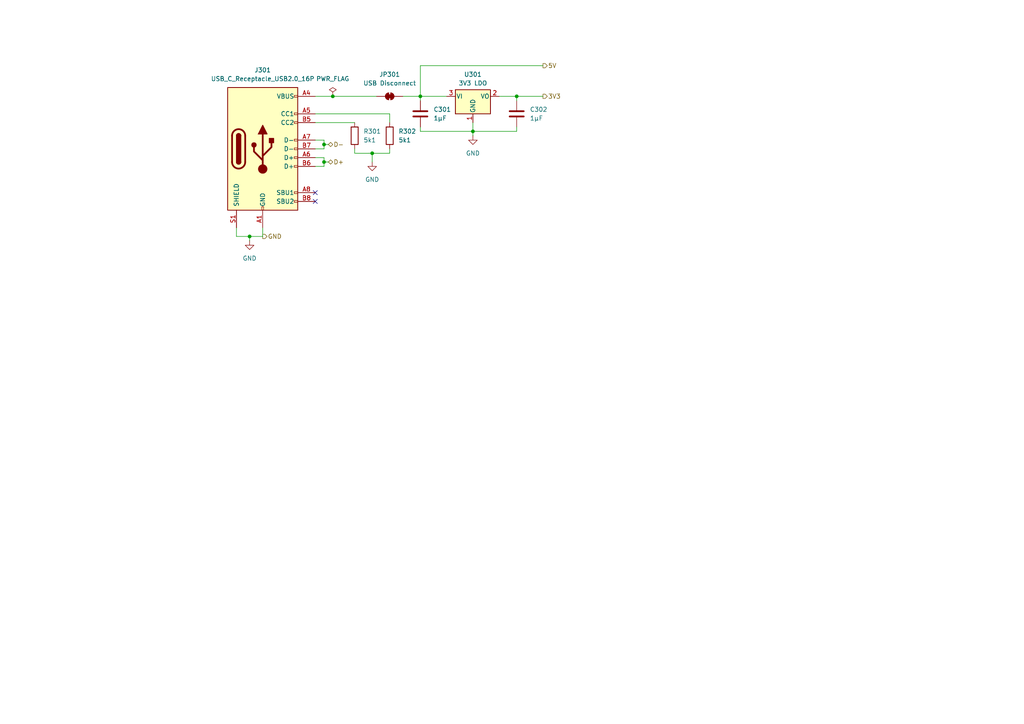
<source format=kicad_sch>
(kicad_sch
	(version 20250114)
	(generator "eeschema")
	(generator_version "9.0")
	(uuid "61653c16-07f3-4b65-affc-cb5a504c4c68")
	(paper "A4")
	(title_block
		(title "CHeepCore")
		(date "2025-08-06")
		(rev "0.0.1c")
		(company "VollständigerName")
		(comment 1 "github.com/VollstaendigerName")
		(comment 2 "LICENSE: CC BY-NC 4.0. https://creativecommons.org/licenses/by-nc/4.0")
		(comment 4 "CH32v003")
	)
	(lib_symbols
		(symbol "Connector:USB_C_Receptacle_USB2.0_16P"
			(pin_names
				(offset 1.016)
			)
			(exclude_from_sim no)
			(in_bom yes)
			(on_board yes)
			(property "Reference" "J"
				(at 0 22.225 0)
				(effects
					(font
						(size 1.27 1.27)
					)
				)
			)
			(property "Value" "USB_C_Receptacle_USB2.0_16P"
				(at 0 19.685 0)
				(effects
					(font
						(size 1.27 1.27)
					)
				)
			)
			(property "Footprint" ""
				(at 3.81 0 0)
				(effects
					(font
						(size 1.27 1.27)
					)
					(hide yes)
				)
			)
			(property "Datasheet" "https://www.usb.org/sites/default/files/documents/usb_type-c.zip"
				(at 3.81 0 0)
				(effects
					(font
						(size 1.27 1.27)
					)
					(hide yes)
				)
			)
			(property "Description" "USB 2.0-only 16P Type-C Receptacle connector"
				(at 0 0 0)
				(effects
					(font
						(size 1.27 1.27)
					)
					(hide yes)
				)
			)
			(property "ki_keywords" "usb universal serial bus type-C USB2.0"
				(at 0 0 0)
				(effects
					(font
						(size 1.27 1.27)
					)
					(hide yes)
				)
			)
			(property "ki_fp_filters" "USB*C*Receptacle*"
				(at 0 0 0)
				(effects
					(font
						(size 1.27 1.27)
					)
					(hide yes)
				)
			)
			(symbol "USB_C_Receptacle_USB2.0_16P_0_0"
				(rectangle
					(start -0.254 -17.78)
					(end 0.254 -16.764)
					(stroke
						(width 0)
						(type default)
					)
					(fill
						(type none)
					)
				)
				(rectangle
					(start 10.16 15.494)
					(end 9.144 14.986)
					(stroke
						(width 0)
						(type default)
					)
					(fill
						(type none)
					)
				)
				(rectangle
					(start 10.16 10.414)
					(end 9.144 9.906)
					(stroke
						(width 0)
						(type default)
					)
					(fill
						(type none)
					)
				)
				(rectangle
					(start 10.16 7.874)
					(end 9.144 7.366)
					(stroke
						(width 0)
						(type default)
					)
					(fill
						(type none)
					)
				)
				(rectangle
					(start 10.16 2.794)
					(end 9.144 2.286)
					(stroke
						(width 0)
						(type default)
					)
					(fill
						(type none)
					)
				)
				(rectangle
					(start 10.16 0.254)
					(end 9.144 -0.254)
					(stroke
						(width 0)
						(type default)
					)
					(fill
						(type none)
					)
				)
				(rectangle
					(start 10.16 -2.286)
					(end 9.144 -2.794)
					(stroke
						(width 0)
						(type default)
					)
					(fill
						(type none)
					)
				)
				(rectangle
					(start 10.16 -4.826)
					(end 9.144 -5.334)
					(stroke
						(width 0)
						(type default)
					)
					(fill
						(type none)
					)
				)
				(rectangle
					(start 10.16 -12.446)
					(end 9.144 -12.954)
					(stroke
						(width 0)
						(type default)
					)
					(fill
						(type none)
					)
				)
				(rectangle
					(start 10.16 -14.986)
					(end 9.144 -15.494)
					(stroke
						(width 0)
						(type default)
					)
					(fill
						(type none)
					)
				)
			)
			(symbol "USB_C_Receptacle_USB2.0_16P_0_1"
				(rectangle
					(start -10.16 17.78)
					(end 10.16 -17.78)
					(stroke
						(width 0.254)
						(type default)
					)
					(fill
						(type background)
					)
				)
				(polyline
					(pts
						(xy -8.89 -3.81) (xy -8.89 3.81)
					)
					(stroke
						(width 0.508)
						(type default)
					)
					(fill
						(type none)
					)
				)
				(rectangle
					(start -7.62 -3.81)
					(end -6.35 3.81)
					(stroke
						(width 0.254)
						(type default)
					)
					(fill
						(type outline)
					)
				)
				(arc
					(start -7.62 3.81)
					(mid -6.985 4.4423)
					(end -6.35 3.81)
					(stroke
						(width 0.254)
						(type default)
					)
					(fill
						(type none)
					)
				)
				(arc
					(start -7.62 3.81)
					(mid -6.985 4.4423)
					(end -6.35 3.81)
					(stroke
						(width 0.254)
						(type default)
					)
					(fill
						(type outline)
					)
				)
				(arc
					(start -8.89 3.81)
					(mid -6.985 5.7067)
					(end -5.08 3.81)
					(stroke
						(width 0.508)
						(type default)
					)
					(fill
						(type none)
					)
				)
				(arc
					(start -5.08 -3.81)
					(mid -6.985 -5.7067)
					(end -8.89 -3.81)
					(stroke
						(width 0.508)
						(type default)
					)
					(fill
						(type none)
					)
				)
				(arc
					(start -6.35 -3.81)
					(mid -6.985 -4.4423)
					(end -7.62 -3.81)
					(stroke
						(width 0.254)
						(type default)
					)
					(fill
						(type none)
					)
				)
				(arc
					(start -6.35 -3.81)
					(mid -6.985 -4.4423)
					(end -7.62 -3.81)
					(stroke
						(width 0.254)
						(type default)
					)
					(fill
						(type outline)
					)
				)
				(polyline
					(pts
						(xy -5.08 3.81) (xy -5.08 -3.81)
					)
					(stroke
						(width 0.508)
						(type default)
					)
					(fill
						(type none)
					)
				)
				(circle
					(center -2.54 1.143)
					(radius 0.635)
					(stroke
						(width 0.254)
						(type default)
					)
					(fill
						(type outline)
					)
				)
				(polyline
					(pts
						(xy -1.27 4.318) (xy 0 6.858) (xy 1.27 4.318) (xy -1.27 4.318)
					)
					(stroke
						(width 0.254)
						(type default)
					)
					(fill
						(type outline)
					)
				)
				(polyline
					(pts
						(xy 0 -2.032) (xy 2.54 0.508) (xy 2.54 1.778)
					)
					(stroke
						(width 0.508)
						(type default)
					)
					(fill
						(type none)
					)
				)
				(polyline
					(pts
						(xy 0 -3.302) (xy -2.54 -0.762) (xy -2.54 0.508)
					)
					(stroke
						(width 0.508)
						(type default)
					)
					(fill
						(type none)
					)
				)
				(polyline
					(pts
						(xy 0 -5.842) (xy 0 4.318)
					)
					(stroke
						(width 0.508)
						(type default)
					)
					(fill
						(type none)
					)
				)
				(circle
					(center 0 -5.842)
					(radius 1.27)
					(stroke
						(width 0)
						(type default)
					)
					(fill
						(type outline)
					)
				)
				(rectangle
					(start 1.905 1.778)
					(end 3.175 3.048)
					(stroke
						(width 0.254)
						(type default)
					)
					(fill
						(type outline)
					)
				)
			)
			(symbol "USB_C_Receptacle_USB2.0_16P_1_1"
				(pin passive line
					(at -7.62 -22.86 90)
					(length 5.08)
					(name "SHIELD"
						(effects
							(font
								(size 1.27 1.27)
							)
						)
					)
					(number "S1"
						(effects
							(font
								(size 1.27 1.27)
							)
						)
					)
				)
				(pin passive line
					(at 0 -22.86 90)
					(length 5.08)
					(name "GND"
						(effects
							(font
								(size 1.27 1.27)
							)
						)
					)
					(number "A1"
						(effects
							(font
								(size 1.27 1.27)
							)
						)
					)
				)
				(pin passive line
					(at 0 -22.86 90)
					(length 5.08)
					(hide yes)
					(name "GND"
						(effects
							(font
								(size 1.27 1.27)
							)
						)
					)
					(number "A12"
						(effects
							(font
								(size 1.27 1.27)
							)
						)
					)
				)
				(pin passive line
					(at 0 -22.86 90)
					(length 5.08)
					(hide yes)
					(name "GND"
						(effects
							(font
								(size 1.27 1.27)
							)
						)
					)
					(number "B1"
						(effects
							(font
								(size 1.27 1.27)
							)
						)
					)
				)
				(pin passive line
					(at 0 -22.86 90)
					(length 5.08)
					(hide yes)
					(name "GND"
						(effects
							(font
								(size 1.27 1.27)
							)
						)
					)
					(number "B12"
						(effects
							(font
								(size 1.27 1.27)
							)
						)
					)
				)
				(pin passive line
					(at 15.24 15.24 180)
					(length 5.08)
					(name "VBUS"
						(effects
							(font
								(size 1.27 1.27)
							)
						)
					)
					(number "A4"
						(effects
							(font
								(size 1.27 1.27)
							)
						)
					)
				)
				(pin passive line
					(at 15.24 15.24 180)
					(length 5.08)
					(hide yes)
					(name "VBUS"
						(effects
							(font
								(size 1.27 1.27)
							)
						)
					)
					(number "A9"
						(effects
							(font
								(size 1.27 1.27)
							)
						)
					)
				)
				(pin passive line
					(at 15.24 15.24 180)
					(length 5.08)
					(hide yes)
					(name "VBUS"
						(effects
							(font
								(size 1.27 1.27)
							)
						)
					)
					(number "B4"
						(effects
							(font
								(size 1.27 1.27)
							)
						)
					)
				)
				(pin passive line
					(at 15.24 15.24 180)
					(length 5.08)
					(hide yes)
					(name "VBUS"
						(effects
							(font
								(size 1.27 1.27)
							)
						)
					)
					(number "B9"
						(effects
							(font
								(size 1.27 1.27)
							)
						)
					)
				)
				(pin bidirectional line
					(at 15.24 10.16 180)
					(length 5.08)
					(name "CC1"
						(effects
							(font
								(size 1.27 1.27)
							)
						)
					)
					(number "A5"
						(effects
							(font
								(size 1.27 1.27)
							)
						)
					)
				)
				(pin bidirectional line
					(at 15.24 7.62 180)
					(length 5.08)
					(name "CC2"
						(effects
							(font
								(size 1.27 1.27)
							)
						)
					)
					(number "B5"
						(effects
							(font
								(size 1.27 1.27)
							)
						)
					)
				)
				(pin bidirectional line
					(at 15.24 2.54 180)
					(length 5.08)
					(name "D-"
						(effects
							(font
								(size 1.27 1.27)
							)
						)
					)
					(number "A7"
						(effects
							(font
								(size 1.27 1.27)
							)
						)
					)
				)
				(pin bidirectional line
					(at 15.24 0 180)
					(length 5.08)
					(name "D-"
						(effects
							(font
								(size 1.27 1.27)
							)
						)
					)
					(number "B7"
						(effects
							(font
								(size 1.27 1.27)
							)
						)
					)
				)
				(pin bidirectional line
					(at 15.24 -2.54 180)
					(length 5.08)
					(name "D+"
						(effects
							(font
								(size 1.27 1.27)
							)
						)
					)
					(number "A6"
						(effects
							(font
								(size 1.27 1.27)
							)
						)
					)
				)
				(pin bidirectional line
					(at 15.24 -5.08 180)
					(length 5.08)
					(name "D+"
						(effects
							(font
								(size 1.27 1.27)
							)
						)
					)
					(number "B6"
						(effects
							(font
								(size 1.27 1.27)
							)
						)
					)
				)
				(pin bidirectional line
					(at 15.24 -12.7 180)
					(length 5.08)
					(name "SBU1"
						(effects
							(font
								(size 1.27 1.27)
							)
						)
					)
					(number "A8"
						(effects
							(font
								(size 1.27 1.27)
							)
						)
					)
				)
				(pin bidirectional line
					(at 15.24 -15.24 180)
					(length 5.08)
					(name "SBU2"
						(effects
							(font
								(size 1.27 1.27)
							)
						)
					)
					(number "B8"
						(effects
							(font
								(size 1.27 1.27)
							)
						)
					)
				)
			)
			(embedded_fonts no)
		)
		(symbol "Device:C"
			(pin_numbers
				(hide yes)
			)
			(pin_names
				(offset 0.254)
			)
			(exclude_from_sim no)
			(in_bom yes)
			(on_board yes)
			(property "Reference" "C"
				(at 0.635 2.54 0)
				(effects
					(font
						(size 1.27 1.27)
					)
					(justify left)
				)
			)
			(property "Value" "C"
				(at 0.635 -2.54 0)
				(effects
					(font
						(size 1.27 1.27)
					)
					(justify left)
				)
			)
			(property "Footprint" ""
				(at 0.9652 -3.81 0)
				(effects
					(font
						(size 1.27 1.27)
					)
					(hide yes)
				)
			)
			(property "Datasheet" "~"
				(at 0 0 0)
				(effects
					(font
						(size 1.27 1.27)
					)
					(hide yes)
				)
			)
			(property "Description" "Unpolarized capacitor"
				(at 0 0 0)
				(effects
					(font
						(size 1.27 1.27)
					)
					(hide yes)
				)
			)
			(property "ki_keywords" "cap capacitor"
				(at 0 0 0)
				(effects
					(font
						(size 1.27 1.27)
					)
					(hide yes)
				)
			)
			(property "ki_fp_filters" "C_*"
				(at 0 0 0)
				(effects
					(font
						(size 1.27 1.27)
					)
					(hide yes)
				)
			)
			(symbol "C_0_1"
				(polyline
					(pts
						(xy -2.032 0.762) (xy 2.032 0.762)
					)
					(stroke
						(width 0.508)
						(type default)
					)
					(fill
						(type none)
					)
				)
				(polyline
					(pts
						(xy -2.032 -0.762) (xy 2.032 -0.762)
					)
					(stroke
						(width 0.508)
						(type default)
					)
					(fill
						(type none)
					)
				)
			)
			(symbol "C_1_1"
				(pin passive line
					(at 0 3.81 270)
					(length 2.794)
					(name "~"
						(effects
							(font
								(size 1.27 1.27)
							)
						)
					)
					(number "1"
						(effects
							(font
								(size 1.27 1.27)
							)
						)
					)
				)
				(pin passive line
					(at 0 -3.81 90)
					(length 2.794)
					(name "~"
						(effects
							(font
								(size 1.27 1.27)
							)
						)
					)
					(number "2"
						(effects
							(font
								(size 1.27 1.27)
							)
						)
					)
				)
			)
			(embedded_fonts no)
		)
		(symbol "Device:R"
			(pin_numbers
				(hide yes)
			)
			(pin_names
				(offset 0)
			)
			(exclude_from_sim no)
			(in_bom yes)
			(on_board yes)
			(property "Reference" "R"
				(at 2.032 0 90)
				(effects
					(font
						(size 1.27 1.27)
					)
				)
			)
			(property "Value" "R"
				(at 0 0 90)
				(effects
					(font
						(size 1.27 1.27)
					)
				)
			)
			(property "Footprint" ""
				(at -1.778 0 90)
				(effects
					(font
						(size 1.27 1.27)
					)
					(hide yes)
				)
			)
			(property "Datasheet" "~"
				(at 0 0 0)
				(effects
					(font
						(size 1.27 1.27)
					)
					(hide yes)
				)
			)
			(property "Description" "Resistor"
				(at 0 0 0)
				(effects
					(font
						(size 1.27 1.27)
					)
					(hide yes)
				)
			)
			(property "ki_keywords" "R res resistor"
				(at 0 0 0)
				(effects
					(font
						(size 1.27 1.27)
					)
					(hide yes)
				)
			)
			(property "ki_fp_filters" "R_*"
				(at 0 0 0)
				(effects
					(font
						(size 1.27 1.27)
					)
					(hide yes)
				)
			)
			(symbol "R_0_1"
				(rectangle
					(start -1.016 -2.54)
					(end 1.016 2.54)
					(stroke
						(width 0.254)
						(type default)
					)
					(fill
						(type none)
					)
				)
			)
			(symbol "R_1_1"
				(pin passive line
					(at 0 3.81 270)
					(length 1.27)
					(name "~"
						(effects
							(font
								(size 1.27 1.27)
							)
						)
					)
					(number "1"
						(effects
							(font
								(size 1.27 1.27)
							)
						)
					)
				)
				(pin passive line
					(at 0 -3.81 90)
					(length 1.27)
					(name "~"
						(effects
							(font
								(size 1.27 1.27)
							)
						)
					)
					(number "2"
						(effects
							(font
								(size 1.27 1.27)
							)
						)
					)
				)
			)
			(embedded_fonts no)
		)
		(symbol "Jumper:SolderJumper_2_Bridged"
			(pin_numbers
				(hide yes)
			)
			(pin_names
				(offset 0)
				(hide yes)
			)
			(exclude_from_sim yes)
			(in_bom no)
			(on_board yes)
			(property "Reference" "JP"
				(at 0 2.032 0)
				(effects
					(font
						(size 1.27 1.27)
					)
				)
			)
			(property "Value" "SolderJumper_2_Bridged"
				(at 0 -2.54 0)
				(effects
					(font
						(size 1.27 1.27)
					)
				)
			)
			(property "Footprint" ""
				(at 0 0 0)
				(effects
					(font
						(size 1.27 1.27)
					)
					(hide yes)
				)
			)
			(property "Datasheet" "~"
				(at 0 0 0)
				(effects
					(font
						(size 1.27 1.27)
					)
					(hide yes)
				)
			)
			(property "Description" "Solder Jumper, 2-pole, closed/bridged"
				(at 0 0 0)
				(effects
					(font
						(size 1.27 1.27)
					)
					(hide yes)
				)
			)
			(property "ki_keywords" "solder jumper SPST"
				(at 0 0 0)
				(effects
					(font
						(size 1.27 1.27)
					)
					(hide yes)
				)
			)
			(property "ki_fp_filters" "SolderJumper*Bridged*"
				(at 0 0 0)
				(effects
					(font
						(size 1.27 1.27)
					)
					(hide yes)
				)
			)
			(symbol "SolderJumper_2_Bridged_0_1"
				(rectangle
					(start -0.508 0.508)
					(end 0.508 -0.508)
					(stroke
						(width 0)
						(type default)
					)
					(fill
						(type outline)
					)
				)
				(polyline
					(pts
						(xy -0.254 1.016) (xy -0.254 -1.016)
					)
					(stroke
						(width 0)
						(type default)
					)
					(fill
						(type none)
					)
				)
				(arc
					(start -0.254 -1.016)
					(mid -1.2656 0)
					(end -0.254 1.016)
					(stroke
						(width 0)
						(type default)
					)
					(fill
						(type none)
					)
				)
				(arc
					(start -0.254 -1.016)
					(mid -1.2656 0)
					(end -0.254 1.016)
					(stroke
						(width 0)
						(type default)
					)
					(fill
						(type outline)
					)
				)
				(arc
					(start 0.254 1.016)
					(mid 1.2656 0)
					(end 0.254 -1.016)
					(stroke
						(width 0)
						(type default)
					)
					(fill
						(type none)
					)
				)
				(arc
					(start 0.254 1.016)
					(mid 1.2656 0)
					(end 0.254 -1.016)
					(stroke
						(width 0)
						(type default)
					)
					(fill
						(type outline)
					)
				)
				(polyline
					(pts
						(xy 0.254 1.016) (xy 0.254 -1.016)
					)
					(stroke
						(width 0)
						(type default)
					)
					(fill
						(type none)
					)
				)
			)
			(symbol "SolderJumper_2_Bridged_1_1"
				(pin passive line
					(at -3.81 0 0)
					(length 2.54)
					(name "A"
						(effects
							(font
								(size 1.27 1.27)
							)
						)
					)
					(number "1"
						(effects
							(font
								(size 1.27 1.27)
							)
						)
					)
				)
				(pin passive line
					(at 3.81 0 180)
					(length 2.54)
					(name "B"
						(effects
							(font
								(size 1.27 1.27)
							)
						)
					)
					(number "2"
						(effects
							(font
								(size 1.27 1.27)
							)
						)
					)
				)
			)
			(embedded_fonts no)
		)
		(symbol "Regulator_Linear:MCP1700x-330xxTT"
			(pin_names
				(offset 0.254)
			)
			(exclude_from_sim no)
			(in_bom yes)
			(on_board yes)
			(property "Reference" "U"
				(at -3.81 3.175 0)
				(effects
					(font
						(size 1.27 1.27)
					)
				)
			)
			(property "Value" "MCP1700x-330xxTT"
				(at 0 3.175 0)
				(effects
					(font
						(size 1.27 1.27)
					)
					(justify left)
				)
			)
			(property "Footprint" "Package_TO_SOT_SMD:SOT-23"
				(at 0 5.715 0)
				(effects
					(font
						(size 1.27 1.27)
					)
					(hide yes)
				)
			)
			(property "Datasheet" "http://ww1.microchip.com/downloads/en/DeviceDoc/20001826D.pdf"
				(at 0 0 0)
				(effects
					(font
						(size 1.27 1.27)
					)
					(hide yes)
				)
			)
			(property "Description" "250mA Low Quiscent Current LDO, 3.3V output, SOT-23"
				(at 0 0 0)
				(effects
					(font
						(size 1.27 1.27)
					)
					(hide yes)
				)
			)
			(property "ki_keywords" "regulator linear ldo"
				(at 0 0 0)
				(effects
					(font
						(size 1.27 1.27)
					)
					(hide yes)
				)
			)
			(property "ki_fp_filters" "SOT?23*"
				(at 0 0 0)
				(effects
					(font
						(size 1.27 1.27)
					)
					(hide yes)
				)
			)
			(symbol "MCP1700x-330xxTT_0_1"
				(rectangle
					(start -5.08 1.905)
					(end 5.08 -5.08)
					(stroke
						(width 0.254)
						(type default)
					)
					(fill
						(type background)
					)
				)
			)
			(symbol "MCP1700x-330xxTT_1_1"
				(pin power_in line
					(at -7.62 0 0)
					(length 2.54)
					(name "VI"
						(effects
							(font
								(size 1.27 1.27)
							)
						)
					)
					(number "3"
						(effects
							(font
								(size 1.27 1.27)
							)
						)
					)
				)
				(pin power_in line
					(at 0 -7.62 90)
					(length 2.54)
					(name "GND"
						(effects
							(font
								(size 1.27 1.27)
							)
						)
					)
					(number "1"
						(effects
							(font
								(size 1.27 1.27)
							)
						)
					)
				)
				(pin power_out line
					(at 7.62 0 180)
					(length 2.54)
					(name "VO"
						(effects
							(font
								(size 1.27 1.27)
							)
						)
					)
					(number "2"
						(effects
							(font
								(size 1.27 1.27)
							)
						)
					)
				)
			)
			(embedded_fonts no)
		)
		(symbol "power:GND"
			(power)
			(pin_numbers
				(hide yes)
			)
			(pin_names
				(offset 0)
				(hide yes)
			)
			(exclude_from_sim no)
			(in_bom yes)
			(on_board yes)
			(property "Reference" "#PWR"
				(at 0 -6.35 0)
				(effects
					(font
						(size 1.27 1.27)
					)
					(hide yes)
				)
			)
			(property "Value" "GND"
				(at 0 -3.81 0)
				(effects
					(font
						(size 1.27 1.27)
					)
				)
			)
			(property "Footprint" ""
				(at 0 0 0)
				(effects
					(font
						(size 1.27 1.27)
					)
					(hide yes)
				)
			)
			(property "Datasheet" ""
				(at 0 0 0)
				(effects
					(font
						(size 1.27 1.27)
					)
					(hide yes)
				)
			)
			(property "Description" "Power symbol creates a global label with name \"GND\" , ground"
				(at 0 0 0)
				(effects
					(font
						(size 1.27 1.27)
					)
					(hide yes)
				)
			)
			(property "ki_keywords" "global power"
				(at 0 0 0)
				(effects
					(font
						(size 1.27 1.27)
					)
					(hide yes)
				)
			)
			(symbol "GND_0_1"
				(polyline
					(pts
						(xy 0 0) (xy 0 -1.27) (xy 1.27 -1.27) (xy 0 -2.54) (xy -1.27 -1.27) (xy 0 -1.27)
					)
					(stroke
						(width 0)
						(type default)
					)
					(fill
						(type none)
					)
				)
			)
			(symbol "GND_1_1"
				(pin power_in line
					(at 0 0 270)
					(length 0)
					(name "~"
						(effects
							(font
								(size 1.27 1.27)
							)
						)
					)
					(number "1"
						(effects
							(font
								(size 1.27 1.27)
							)
						)
					)
				)
			)
			(embedded_fonts no)
		)
		(symbol "power:PWR_FLAG"
			(power)
			(pin_numbers
				(hide yes)
			)
			(pin_names
				(offset 0)
				(hide yes)
			)
			(exclude_from_sim no)
			(in_bom yes)
			(on_board yes)
			(property "Reference" "#FLG"
				(at 0 1.905 0)
				(effects
					(font
						(size 1.27 1.27)
					)
					(hide yes)
				)
			)
			(property "Value" "PWR_FLAG"
				(at 0 3.81 0)
				(effects
					(font
						(size 1.27 1.27)
					)
				)
			)
			(property "Footprint" ""
				(at 0 0 0)
				(effects
					(font
						(size 1.27 1.27)
					)
					(hide yes)
				)
			)
			(property "Datasheet" "~"
				(at 0 0 0)
				(effects
					(font
						(size 1.27 1.27)
					)
					(hide yes)
				)
			)
			(property "Description" "Special symbol for telling ERC where power comes from"
				(at 0 0 0)
				(effects
					(font
						(size 1.27 1.27)
					)
					(hide yes)
				)
			)
			(property "ki_keywords" "flag power"
				(at 0 0 0)
				(effects
					(font
						(size 1.27 1.27)
					)
					(hide yes)
				)
			)
			(symbol "PWR_FLAG_0_0"
				(pin power_out line
					(at 0 0 90)
					(length 0)
					(name "~"
						(effects
							(font
								(size 1.27 1.27)
							)
						)
					)
					(number "1"
						(effects
							(font
								(size 1.27 1.27)
							)
						)
					)
				)
			)
			(symbol "PWR_FLAG_0_1"
				(polyline
					(pts
						(xy 0 0) (xy 0 1.27) (xy -1.016 1.905) (xy 0 2.54) (xy 1.016 1.905) (xy 0 1.27)
					)
					(stroke
						(width 0)
						(type default)
					)
					(fill
						(type none)
					)
				)
			)
			(embedded_fonts no)
		)
	)
	(junction
		(at 72.39 68.58)
		(diameter 0)
		(color 0 0 0 0)
		(uuid "0bd97bfd-d78e-4cc0-9796-cb351756b4e8")
	)
	(junction
		(at 93.98 46.99)
		(diameter 0)
		(color 0 0 0 0)
		(uuid "1cddeafa-b5eb-4b4b-aec8-17e3371fe2e7")
	)
	(junction
		(at 149.86 27.94)
		(diameter 0)
		(color 0 0 0 0)
		(uuid "2c86264c-cf40-4a76-afb3-ab9a0d31e95a")
	)
	(junction
		(at 93.98 41.91)
		(diameter 0)
		(color 0 0 0 0)
		(uuid "86d28504-d30a-4087-b778-7295d9f62779")
	)
	(junction
		(at 137.16 38.1)
		(diameter 0)
		(color 0 0 0 0)
		(uuid "9a36b0a9-798a-4cbd-9b1b-529dd11f9004")
	)
	(junction
		(at 96.52 27.94)
		(diameter 0)
		(color 0 0 0 0)
		(uuid "c10e1eb7-6f20-4a46-b432-29353b0ca08e")
	)
	(junction
		(at 107.95 44.45)
		(diameter 0)
		(color 0 0 0 0)
		(uuid "fa89d9f0-87d4-44f7-9fe7-aeb6b6870c78")
	)
	(junction
		(at 121.92 27.94)
		(diameter 0)
		(color 0 0 0 0)
		(uuid "ff128c00-04b2-4825-9215-afd957dce808")
	)
	(no_connect
		(at 91.44 55.88)
		(uuid "9b5724b0-b212-48b1-a24c-7df4732d9c6f")
	)
	(no_connect
		(at 91.44 58.42)
		(uuid "a14b1c60-efa1-4a21-8ee4-51dcf523d2ff")
	)
	(wire
		(pts
			(xy 93.98 41.91) (xy 95.25 41.91)
		)
		(stroke
			(width 0)
			(type default)
		)
		(uuid "090be0d3-9ba4-4ef3-9115-27695f87fe01")
	)
	(wire
		(pts
			(xy 149.86 27.94) (xy 157.48 27.94)
		)
		(stroke
			(width 0)
			(type default)
		)
		(uuid "10a64e5c-f96c-4727-926f-dbd33a498e1a")
	)
	(wire
		(pts
			(xy 95.25 46.99) (xy 93.98 46.99)
		)
		(stroke
			(width 0)
			(type default)
		)
		(uuid "1c9207b0-b63d-4fa3-83ec-4fb1ee4f9ad1")
	)
	(wire
		(pts
			(xy 149.86 29.21) (xy 149.86 27.94)
		)
		(stroke
			(width 0)
			(type default)
		)
		(uuid "24d6c9e4-dcd6-48b3-bbe5-8b2c504030a4")
	)
	(wire
		(pts
			(xy 137.16 38.1) (xy 149.86 38.1)
		)
		(stroke
			(width 0)
			(type default)
		)
		(uuid "25397d80-1358-401f-9696-5aa1d5b41ca7")
	)
	(wire
		(pts
			(xy 93.98 41.91) (xy 93.98 43.18)
		)
		(stroke
			(width 0)
			(type default)
		)
		(uuid "30649ce3-b8ed-4aea-990f-d4980bea8581")
	)
	(wire
		(pts
			(xy 121.92 38.1) (xy 121.92 36.83)
		)
		(stroke
			(width 0)
			(type default)
		)
		(uuid "330b6f4a-63e5-44fb-a39d-752ab9648d64")
	)
	(wire
		(pts
			(xy 93.98 48.26) (xy 93.98 46.99)
		)
		(stroke
			(width 0)
			(type default)
		)
		(uuid "4079dc6d-c33b-4cef-9392-824beab52bbf")
	)
	(wire
		(pts
			(xy 91.44 48.26) (xy 93.98 48.26)
		)
		(stroke
			(width 0)
			(type default)
		)
		(uuid "422e8ae5-fbca-483e-9195-fd84da7a68de")
	)
	(wire
		(pts
			(xy 149.86 38.1) (xy 149.86 36.83)
		)
		(stroke
			(width 0)
			(type default)
		)
		(uuid "4abe7d7a-d024-4c88-a619-500e24b10ca1")
	)
	(wire
		(pts
			(xy 102.87 44.45) (xy 107.95 44.45)
		)
		(stroke
			(width 0)
			(type default)
		)
		(uuid "4aef5306-ce7f-4d43-986a-cd5990b0974f")
	)
	(wire
		(pts
			(xy 121.92 38.1) (xy 137.16 38.1)
		)
		(stroke
			(width 0)
			(type default)
		)
		(uuid "4d9fc16e-1107-4791-8d50-8bc56459da50")
	)
	(wire
		(pts
			(xy 91.44 35.56) (xy 102.87 35.56)
		)
		(stroke
			(width 0)
			(type default)
		)
		(uuid "519eb3ec-ce60-482b-9374-1b8f7b52ce24")
	)
	(wire
		(pts
			(xy 96.52 27.94) (xy 109.22 27.94)
		)
		(stroke
			(width 0)
			(type default)
		)
		(uuid "53d76205-a821-45c6-80e0-0b77798faf4a")
	)
	(wire
		(pts
			(xy 68.58 68.58) (xy 68.58 66.04)
		)
		(stroke
			(width 0)
			(type default)
		)
		(uuid "5596e369-6d73-48e4-8eef-1038a5f33e0a")
	)
	(wire
		(pts
			(xy 121.92 27.94) (xy 129.54 27.94)
		)
		(stroke
			(width 0)
			(type default)
		)
		(uuid "7fe054d5-ae77-409c-9074-8b535e20656d")
	)
	(wire
		(pts
			(xy 93.98 40.64) (xy 93.98 41.91)
		)
		(stroke
			(width 0)
			(type default)
		)
		(uuid "834a9c63-e874-449d-bc0f-746b4b84bb59")
	)
	(wire
		(pts
			(xy 76.2 68.58) (xy 76.2 66.04)
		)
		(stroke
			(width 0)
			(type default)
		)
		(uuid "8e421bf8-1437-43d8-8ade-4ce48b5aa77c")
	)
	(wire
		(pts
			(xy 72.39 68.58) (xy 76.2 68.58)
		)
		(stroke
			(width 0)
			(type default)
		)
		(uuid "93c7846a-1317-4611-afb2-c33556e276a9")
	)
	(wire
		(pts
			(xy 121.92 19.05) (xy 121.92 27.94)
		)
		(stroke
			(width 0)
			(type default)
		)
		(uuid "96551d0f-14ea-4219-9732-0fa089c32651")
	)
	(wire
		(pts
			(xy 91.44 45.72) (xy 93.98 45.72)
		)
		(stroke
			(width 0)
			(type default)
		)
		(uuid "a0e242f4-6401-4bad-991e-e96e71fab83b")
	)
	(wire
		(pts
			(xy 113.03 33.02) (xy 91.44 33.02)
		)
		(stroke
			(width 0)
			(type default)
		)
		(uuid "a3e0ea05-9685-4e2c-9629-b5ad824443e3")
	)
	(wire
		(pts
			(xy 157.48 19.05) (xy 121.92 19.05)
		)
		(stroke
			(width 0)
			(type default)
		)
		(uuid "a57253f1-ceeb-46bf-b768-bd469935c161")
	)
	(wire
		(pts
			(xy 144.78 27.94) (xy 149.86 27.94)
		)
		(stroke
			(width 0)
			(type default)
		)
		(uuid "aa30bf13-8f65-439b-a65e-f1fa8920e5e5")
	)
	(wire
		(pts
			(xy 107.95 44.45) (xy 113.03 44.45)
		)
		(stroke
			(width 0)
			(type default)
		)
		(uuid "b198b594-4e56-4ac9-ada8-c9af3777725d")
	)
	(wire
		(pts
			(xy 91.44 40.64) (xy 93.98 40.64)
		)
		(stroke
			(width 0)
			(type default)
		)
		(uuid "c0244a4a-dd4f-425d-9dfd-4fae9c1c4f74")
	)
	(wire
		(pts
			(xy 91.44 43.18) (xy 93.98 43.18)
		)
		(stroke
			(width 0)
			(type default)
		)
		(uuid "cc6f255c-318b-4ca4-a46a-0db47c8fc4c3")
	)
	(wire
		(pts
			(xy 137.16 38.1) (xy 137.16 39.37)
		)
		(stroke
			(width 0)
			(type default)
		)
		(uuid "cd00f547-ed7b-4351-83f8-134661a133e3")
	)
	(wire
		(pts
			(xy 102.87 44.45) (xy 102.87 43.18)
		)
		(stroke
			(width 0)
			(type default)
		)
		(uuid "d181186c-b03e-4000-842a-a49d76dc4065")
	)
	(wire
		(pts
			(xy 113.03 44.45) (xy 113.03 43.18)
		)
		(stroke
			(width 0)
			(type default)
		)
		(uuid "d61e9cca-48be-4494-8b3b-d90c4240baf7")
	)
	(wire
		(pts
			(xy 113.03 35.56) (xy 113.03 33.02)
		)
		(stroke
			(width 0)
			(type default)
		)
		(uuid "d6949c64-193f-4aa8-aeaa-996820812f21")
	)
	(wire
		(pts
			(xy 107.95 46.99) (xy 107.95 44.45)
		)
		(stroke
			(width 0)
			(type default)
		)
		(uuid "e6c15a4e-1bb2-4685-9221-9573a8ce3100")
	)
	(wire
		(pts
			(xy 72.39 69.85) (xy 72.39 68.58)
		)
		(stroke
			(width 0)
			(type default)
		)
		(uuid "eb1725c3-2c08-4632-bd8e-9b95f34ddb84")
	)
	(wire
		(pts
			(xy 91.44 27.94) (xy 96.52 27.94)
		)
		(stroke
			(width 0)
			(type default)
		)
		(uuid "f18a3235-6589-4d09-855c-bfc20643d2f7")
	)
	(wire
		(pts
			(xy 137.16 35.56) (xy 137.16 38.1)
		)
		(stroke
			(width 0)
			(type default)
		)
		(uuid "f721e0c6-edf6-4771-bb3a-b5265fefa581")
	)
	(wire
		(pts
			(xy 121.92 29.21) (xy 121.92 27.94)
		)
		(stroke
			(width 0)
			(type default)
		)
		(uuid "f806b0c5-5bac-471c-80d6-930694183586")
	)
	(wire
		(pts
			(xy 93.98 46.99) (xy 93.98 45.72)
		)
		(stroke
			(width 0)
			(type default)
		)
		(uuid "fa4e125a-ebd1-4789-a3e5-0602a57ad674")
	)
	(wire
		(pts
			(xy 116.84 27.94) (xy 121.92 27.94)
		)
		(stroke
			(width 0)
			(type default)
		)
		(uuid "fc0fb2e7-f083-46d0-a61b-c90ea4667f81")
	)
	(wire
		(pts
			(xy 68.58 68.58) (xy 72.39 68.58)
		)
		(stroke
			(width 0)
			(type default)
		)
		(uuid "fc4ad5e3-5c12-4691-a13d-2832a2bc5e7a")
	)
	(hierarchical_label "5V"
		(shape output)
		(at 157.48 19.05 0)
		(effects
			(font
				(size 1.27 1.27)
			)
			(justify left)
		)
		(uuid "0d66af97-4204-4167-8426-f2a0c6fd6500")
	)
	(hierarchical_label "GND"
		(shape output)
		(at 76.2 68.58 0)
		(effects
			(font
				(size 1.27 1.27)
			)
			(justify left)
		)
		(uuid "157775bf-9914-4702-9c3b-3094eb21c4ce")
	)
	(hierarchical_label "3V3"
		(shape output)
		(at 157.48 27.94 0)
		(effects
			(font
				(size 1.27 1.27)
			)
			(justify left)
		)
		(uuid "19b5d4b6-279b-433e-a780-87d500bc70d8")
	)
	(hierarchical_label "D-"
		(shape bidirectional)
		(at 95.25 41.91 0)
		(effects
			(font
				(size 1.27 1.27)
			)
			(justify left)
		)
		(uuid "357d3fac-735a-422a-a74a-a43d7a9dbdab")
	)
	(hierarchical_label "D+"
		(shape bidirectional)
		(at 95.25 46.99 0)
		(effects
			(font
				(size 1.27 1.27)
			)
			(justify left)
		)
		(uuid "ef84c282-ba19-4728-91f9-d9b3409a9b8a")
	)
	(symbol
		(lib_id "Device:C")
		(at 149.86 33.02 0)
		(unit 1)
		(exclude_from_sim no)
		(in_bom yes)
		(on_board yes)
		(dnp no)
		(fields_autoplaced yes)
		(uuid "085110ca-793d-4280-8b60-4c5e49c15062")
		(property "Reference" "C302"
			(at 153.67 31.7499 0)
			(effects
				(font
					(size 1.27 1.27)
				)
				(justify left)
			)
		)
		(property "Value" "1µF"
			(at 153.67 34.2899 0)
			(effects
				(font
					(size 1.27 1.27)
				)
				(justify left)
			)
		)
		(property "Footprint" "Capacitor_SMD:C_0603_1608Metric"
			(at 150.8252 36.83 0)
			(effects
				(font
					(size 1.27 1.27)
				)
				(hide yes)
			)
		)
		(property "Datasheet" "https://www.lcsc.com/datasheet/C15849.pdf"
			(at 149.86 33.02 0)
			(effects
				(font
					(size 1.27 1.27)
				)
				(hide yes)
			)
		)
		(property "Description" "Samsung Electro-Mechanics CL10A105KB8NNNC"
			(at 149.86 33.02 0)
			(effects
				(font
					(size 1.27 1.27)
				)
				(hide yes)
			)
		)
		(property "LCSC" "https://www.lcsc.com/product-detail/C15849.html"
			(at 149.86 33.02 0)
			(effects
				(font
					(size 1.27 1.27)
				)
				(hide yes)
			)
		)
		(property "Price @ 1000" "0.0033 €"
			(at 149.86 33.02 0)
			(effects
				(font
					(size 1.27 1.27)
				)
				(hide yes)
			)
		)
		(pin "2"
			(uuid "84c36898-47ea-483f-a924-da989aa853ff")
		)
		(pin "1"
			(uuid "07268cf6-f1e4-435a-9518-80a42f910dcc")
		)
		(instances
			(project "CHeepCore"
				(path "/1a6f5452-e688-4341-937f-30ed63281f98/86e69ca7-38e0-4dbe-8861-737fb32dcf03"
					(reference "C302")
					(unit 1)
				)
			)
		)
	)
	(symbol
		(lib_id "Jumper:SolderJumper_2_Bridged")
		(at 113.03 27.94 0)
		(unit 1)
		(exclude_from_sim yes)
		(in_bom no)
		(on_board yes)
		(dnp no)
		(fields_autoplaced yes)
		(uuid "15a4ee5c-5410-43f5-a1b3-563a687456d7")
		(property "Reference" "JP301"
			(at 113.03 21.59 0)
			(effects
				(font
					(size 1.27 1.27)
				)
			)
		)
		(property "Value" "USB Disconnect"
			(at 113.03 24.13 0)
			(effects
				(font
					(size 1.27 1.27)
				)
			)
		)
		(property "Footprint" "Jumper:SolderJumper-2_P1.3mm_Bridged_RoundedPad1.0x1.5mm"
			(at 113.03 27.94 0)
			(effects
				(font
					(size 1.27 1.27)
				)
				(hide yes)
			)
		)
		(property "Datasheet" "~"
			(at 113.03 27.94 0)
			(effects
				(font
					(size 1.27 1.27)
				)
				(hide yes)
			)
		)
		(property "Description" "Solder Jumper, 2-pole, closed/bridged"
			(at 113.03 27.94 0)
			(effects
				(font
					(size 1.27 1.27)
				)
				(hide yes)
			)
		)
		(pin "2"
			(uuid "5ce87e68-e157-44bd-a9a9-c95e439a015a")
		)
		(pin "1"
			(uuid "7bd2d73d-838c-4911-a8d5-6d68d937ad47")
		)
		(instances
			(project ""
				(path "/1a6f5452-e688-4341-937f-30ed63281f98/86e69ca7-38e0-4dbe-8861-737fb32dcf03"
					(reference "JP301")
					(unit 1)
				)
			)
		)
	)
	(symbol
		(lib_id "power:GND")
		(at 107.95 46.99 0)
		(unit 1)
		(exclude_from_sim no)
		(in_bom yes)
		(on_board yes)
		(dnp no)
		(fields_autoplaced yes)
		(uuid "1646e44c-ed38-4851-8416-44ecc701577e")
		(property "Reference" "#PWR0302"
			(at 107.95 53.34 0)
			(effects
				(font
					(size 1.27 1.27)
				)
				(hide yes)
			)
		)
		(property "Value" "GND"
			(at 107.95 52.07 0)
			(effects
				(font
					(size 1.27 1.27)
				)
			)
		)
		(property "Footprint" ""
			(at 107.95 46.99 0)
			(effects
				(font
					(size 1.27 1.27)
				)
				(hide yes)
			)
		)
		(property "Datasheet" ""
			(at 107.95 46.99 0)
			(effects
				(font
					(size 1.27 1.27)
				)
				(hide yes)
			)
		)
		(property "Description" "Power symbol creates a global label with name \"GND\" , ground"
			(at 107.95 46.99 0)
			(effects
				(font
					(size 1.27 1.27)
				)
				(hide yes)
			)
		)
		(pin "1"
			(uuid "7de57405-3c8d-4595-8826-b659430dcce2")
		)
		(instances
			(project "CHeepCore"
				(path "/1a6f5452-e688-4341-937f-30ed63281f98/86e69ca7-38e0-4dbe-8861-737fb32dcf03"
					(reference "#PWR0302")
					(unit 1)
				)
			)
		)
	)
	(symbol
		(lib_id "power:GND")
		(at 137.16 39.37 0)
		(unit 1)
		(exclude_from_sim no)
		(in_bom yes)
		(on_board yes)
		(dnp no)
		(fields_autoplaced yes)
		(uuid "29dbc315-9d25-4908-bfba-a30f301ea2f9")
		(property "Reference" "#PWR0301"
			(at 137.16 45.72 0)
			(effects
				(font
					(size 1.27 1.27)
				)
				(hide yes)
			)
		)
		(property "Value" "GND"
			(at 137.16 44.45 0)
			(effects
				(font
					(size 1.27 1.27)
				)
			)
		)
		(property "Footprint" ""
			(at 137.16 39.37 0)
			(effects
				(font
					(size 1.27 1.27)
				)
				(hide yes)
			)
		)
		(property "Datasheet" ""
			(at 137.16 39.37 0)
			(effects
				(font
					(size 1.27 1.27)
				)
				(hide yes)
			)
		)
		(property "Description" "Power symbol creates a global label with name \"GND\" , ground"
			(at 137.16 39.37 0)
			(effects
				(font
					(size 1.27 1.27)
				)
				(hide yes)
			)
		)
		(pin "1"
			(uuid "f55854b7-343e-4d62-967b-2533ad636d0d")
		)
		(instances
			(project "CHeepCore"
				(path "/1a6f5452-e688-4341-937f-30ed63281f98/86e69ca7-38e0-4dbe-8861-737fb32dcf03"
					(reference "#PWR0301")
					(unit 1)
				)
			)
		)
	)
	(symbol
		(lib_id "power:PWR_FLAG")
		(at 96.52 27.94 0)
		(unit 1)
		(exclude_from_sim no)
		(in_bom yes)
		(on_board yes)
		(dnp no)
		(fields_autoplaced yes)
		(uuid "30b31a93-aea5-4454-8a5e-8ab35d0d9e25")
		(property "Reference" "#FLG0301"
			(at 96.52 26.035 0)
			(effects
				(font
					(size 1.27 1.27)
				)
				(hide yes)
			)
		)
		(property "Value" "PWR_FLAG"
			(at 96.52 22.86 0)
			(effects
				(font
					(size 1.27 1.27)
				)
			)
		)
		(property "Footprint" ""
			(at 96.52 27.94 0)
			(effects
				(font
					(size 1.27 1.27)
				)
				(hide yes)
			)
		)
		(property "Datasheet" "~"
			(at 96.52 27.94 0)
			(effects
				(font
					(size 1.27 1.27)
				)
				(hide yes)
			)
		)
		(property "Description" "Special symbol for telling ERC where power comes from"
			(at 96.52 27.94 0)
			(effects
				(font
					(size 1.27 1.27)
				)
				(hide yes)
			)
		)
		(pin "1"
			(uuid "09a04aa2-b934-44c0-a5b0-ae7a338d1a92")
		)
		(instances
			(project ""
				(path "/1a6f5452-e688-4341-937f-30ed63281f98/86e69ca7-38e0-4dbe-8861-737fb32dcf03"
					(reference "#FLG0301")
					(unit 1)
				)
			)
		)
	)
	(symbol
		(lib_id "Device:C")
		(at 121.92 33.02 0)
		(unit 1)
		(exclude_from_sim no)
		(in_bom yes)
		(on_board yes)
		(dnp no)
		(uuid "32c2635e-d182-4b20-9e2c-7075a48d108a")
		(property "Reference" "C301"
			(at 125.73 31.7499 0)
			(effects
				(font
					(size 1.27 1.27)
				)
				(justify left)
			)
		)
		(property "Value" "1µF"
			(at 125.73 34.2899 0)
			(effects
				(font
					(size 1.27 1.27)
				)
				(justify left)
			)
		)
		(property "Footprint" "Capacitor_SMD:C_0603_1608Metric"
			(at 122.8852 36.83 0)
			(effects
				(font
					(size 1.27 1.27)
				)
				(hide yes)
			)
		)
		(property "Datasheet" "https://www.lcsc.com/datasheet/C15849.pdf"
			(at 121.92 33.02 0)
			(effects
				(font
					(size 1.27 1.27)
				)
				(hide yes)
			)
		)
		(property "Description" "Samsung Electro-Mechanics CL10A105KB8NNNC"
			(at 121.92 33.02 0)
			(effects
				(font
					(size 1.27 1.27)
				)
				(hide yes)
			)
		)
		(property "LCSC" "https://www.lcsc.com/product-detail/C15849.html"
			(at 121.92 33.02 0)
			(effects
				(font
					(size 1.27 1.27)
				)
				(hide yes)
			)
		)
		(property "Price @ 1000" "0.0033 €"
			(at 121.92 33.02 0)
			(effects
				(font
					(size 1.27 1.27)
				)
				(hide yes)
			)
		)
		(pin "2"
			(uuid "ca91dda9-db7a-44cb-b382-3029f92abe3f")
		)
		(pin "1"
			(uuid "c59f445e-6a75-4618-b562-6cccaa2cf26b")
		)
		(instances
			(project "CHeepCore"
				(path "/1a6f5452-e688-4341-937f-30ed63281f98/86e69ca7-38e0-4dbe-8861-737fb32dcf03"
					(reference "C301")
					(unit 1)
				)
			)
		)
	)
	(symbol
		(lib_id "power:GND")
		(at 72.39 69.85 0)
		(unit 1)
		(exclude_from_sim no)
		(in_bom yes)
		(on_board yes)
		(dnp no)
		(fields_autoplaced yes)
		(uuid "40eeff5c-b181-4a0f-809d-5fd25ee35fc7")
		(property "Reference" "#PWR0303"
			(at 72.39 76.2 0)
			(effects
				(font
					(size 1.27 1.27)
				)
				(hide yes)
			)
		)
		(property "Value" "GND"
			(at 72.39 74.93 0)
			(effects
				(font
					(size 1.27 1.27)
				)
			)
		)
		(property "Footprint" ""
			(at 72.39 69.85 0)
			(effects
				(font
					(size 1.27 1.27)
				)
				(hide yes)
			)
		)
		(property "Datasheet" ""
			(at 72.39 69.85 0)
			(effects
				(font
					(size 1.27 1.27)
				)
				(hide yes)
			)
		)
		(property "Description" "Power symbol creates a global label with name \"GND\" , ground"
			(at 72.39 69.85 0)
			(effects
				(font
					(size 1.27 1.27)
				)
				(hide yes)
			)
		)
		(pin "1"
			(uuid "4fe044c9-d37e-40ff-9669-c7879e375c01")
		)
		(instances
			(project "CHeepCore"
				(path "/1a6f5452-e688-4341-937f-30ed63281f98/86e69ca7-38e0-4dbe-8861-737fb32dcf03"
					(reference "#PWR0303")
					(unit 1)
				)
			)
		)
	)
	(symbol
		(lib_id "Connector:USB_C_Receptacle_USB2.0_16P")
		(at 76.2 43.18 0)
		(unit 1)
		(exclude_from_sim no)
		(in_bom yes)
		(on_board yes)
		(dnp no)
		(fields_autoplaced yes)
		(uuid "5af4fe0e-f57d-43bb-90d9-a8943b81919c")
		(property "Reference" "J301"
			(at 76.2 20.32 0)
			(effects
				(font
					(size 1.27 1.27)
				)
			)
		)
		(property "Value" "USB_C_Receptacle_USB2.0_16P"
			(at 76.2 22.86 0)
			(effects
				(font
					(size 1.27 1.27)
				)
			)
		)
		(property "Footprint" "Connector_USB:USB_C_Receptacle_GCT_USB4105-xx-A_16P_TopMnt_Horizontal"
			(at 80.01 43.18 0)
			(effects
				(font
					(size 1.27 1.27)
				)
				(hide yes)
			)
		)
		(property "Datasheet" "https://www.lcsc.com/datasheet/C2765186.pdf"
			(at 80.01 43.18 0)
			(effects
				(font
					(size 1.27 1.27)
				)
				(hide yes)
			)
		)
		(property "Description" "SHOU HAN TYPE-C 16PIN 2MD(073)"
			(at 76.2 43.18 0)
			(effects
				(font
					(size 1.27 1.27)
				)
				(hide yes)
			)
		)
		(property "LCSC" "https://www.lcsc.com/product-detail/C2765186.html?s_z=n_USB%2520C"
			(at 76.2 43.18 0)
			(effects
				(font
					(size 1.27 1.27)
				)
				(hide yes)
			)
		)
		(property "Price @ 1000" "0.0300 €"
			(at 76.2 43.18 0)
			(effects
				(font
					(size 1.27 1.27)
				)
				(hide yes)
			)
		)
		(pin "A12"
			(uuid "9c70c38c-2da6-4f12-a7a8-6f31bd94fe4d")
		)
		(pin "A1"
			(uuid "e69e3139-a5fd-4263-a98b-de16eb44adb8")
		)
		(pin "B1"
			(uuid "37110bb2-8e86-404c-8bab-bc9dcf69f789")
		)
		(pin "B12"
			(uuid "1a961fb9-1cb2-481d-a1ab-4f220ac285d4")
		)
		(pin "A4"
			(uuid "bc841c3a-0062-487c-80d2-c3b8420f276e")
		)
		(pin "S1"
			(uuid "bdd93001-227b-4fff-87f6-593fd781da84")
		)
		(pin "A9"
			(uuid "9005673d-eb35-4735-a76e-ccc48e24ecb1")
		)
		(pin "B4"
			(uuid "c68576c2-239d-4ee8-9fef-339e321ffab5")
		)
		(pin "A6"
			(uuid "6c361558-d92d-4141-a50c-99fc8cfc4481")
		)
		(pin "B7"
			(uuid "471ab123-52e5-4364-a5b4-ee2a83198410")
		)
		(pin "B8"
			(uuid "42c1a1b3-03ef-4ba3-8298-e224865419f5")
		)
		(pin "A5"
			(uuid "5c8b154f-87d9-4709-be05-2ba5fc9e230b")
		)
		(pin "B9"
			(uuid "14fce440-5239-43b9-833c-e688fb8ac160")
		)
		(pin "B5"
			(uuid "5c7278dd-c6f3-4e20-bec3-7d087d722c18")
		)
		(pin "A8"
			(uuid "b1e576c9-e0ca-413a-9e8a-d30293eec463")
		)
		(pin "A7"
			(uuid "38b2f7cf-d49d-497f-a932-202827c33768")
		)
		(pin "B6"
			(uuid "b8bb08bd-a950-445c-ac1b-0601b2c8107f")
		)
		(instances
			(project "CHeepCore"
				(path "/1a6f5452-e688-4341-937f-30ed63281f98/86e69ca7-38e0-4dbe-8861-737fb32dcf03"
					(reference "J301")
					(unit 1)
				)
			)
		)
	)
	(symbol
		(lib_id "Regulator_Linear:MCP1700x-330xxTT")
		(at 137.16 27.94 0)
		(unit 1)
		(exclude_from_sim no)
		(in_bom yes)
		(on_board yes)
		(dnp no)
		(fields_autoplaced yes)
		(uuid "dacf839e-b712-4d17-badd-53696aa5d559")
		(property "Reference" "U301"
			(at 137.16 21.59 0)
			(effects
				(font
					(size 1.27 1.27)
				)
			)
		)
		(property "Value" "3V3 LDO"
			(at 137.16 24.13 0)
			(effects
				(font
					(size 1.27 1.27)
				)
			)
		)
		(property "Footprint" "Package_TO_SOT_SMD:TSOT-23"
			(at 137.16 22.225 0)
			(effects
				(font
					(size 1.27 1.27)
				)
				(hide yes)
			)
		)
		(property "Datasheet" "https://www.lcsc.com/datasheet/C48678136.pdf"
			(at 137.16 27.94 0)
			(effects
				(font
					(size 1.27 1.27)
				)
				(hide yes)
			)
		)
		(property "Description" "Megain MG6206K3B-33"
			(at 137.16 27.94 0)
			(effects
				(font
					(size 1.27 1.27)
				)
				(hide yes)
			)
		)
		(property "LCSC" "https://www.lcsc.com/product-detail/C48678136.html"
			(at 137.16 27.94 0)
			(effects
				(font
					(size 1.27 1.27)
				)
				(hide yes)
			)
		)
		(property "Price @ 1000" "0.0047 €"
			(at 137.16 27.94 0)
			(effects
				(font
					(size 1.27 1.27)
				)
				(hide yes)
			)
		)
		(pin "3"
			(uuid "f9a6b352-55ba-4c11-bf4e-f2cc4c2d1f14")
		)
		(pin "1"
			(uuid "2741cced-528d-4334-86f2-8b5cbe99162d")
		)
		(pin "2"
			(uuid "0cbb4cf3-d2ce-450e-a84e-b3ddd10295e6")
		)
		(instances
			(project "CHeepCore"
				(path "/1a6f5452-e688-4341-937f-30ed63281f98/86e69ca7-38e0-4dbe-8861-737fb32dcf03"
					(reference "U301")
					(unit 1)
				)
			)
		)
	)
	(symbol
		(lib_id "Device:R")
		(at 102.87 39.37 0)
		(unit 1)
		(exclude_from_sim no)
		(in_bom yes)
		(on_board yes)
		(dnp no)
		(fields_autoplaced yes)
		(uuid "de9ba612-9dd6-4db2-bb4f-c40b6c4280e4")
		(property "Reference" "R301"
			(at 105.41 38.0999 0)
			(effects
				(font
					(size 1.27 1.27)
				)
				(justify left)
			)
		)
		(property "Value" "5k1"
			(at 105.41 40.6399 0)
			(effects
				(font
					(size 1.27 1.27)
				)
				(justify left)
			)
		)
		(property "Footprint" "Resistor_SMD:R_0603_1608Metric"
			(at 101.092 39.37 90)
			(effects
				(font
					(size 1.27 1.27)
				)
				(hide yes)
			)
		)
		(property "Datasheet" "https://www.lcsc.com/datasheet/C3017721.pdf"
			(at 102.87 39.37 0)
			(effects
				(font
					(size 1.27 1.27)
				)
				(hide yes)
			)
		)
		(property "Description" "VO SCR0603J5K1"
			(at 102.87 39.37 0)
			(effects
				(font
					(size 1.27 1.27)
				)
				(hide yes)
			)
		)
		(property "LCSC" "https://www.lcsc.com/product-detail/C3017721.html"
			(at 102.87 39.37 0)
			(effects
				(font
					(size 1.27 1.27)
				)
				(hide yes)
			)
		)
		(property "Price @ 1000" "0.0004 €"
			(at 102.87 39.37 0)
			(effects
				(font
					(size 1.27 1.27)
				)
				(hide yes)
			)
		)
		(pin "1"
			(uuid "d9855e79-6eb3-40f6-8fb5-435ee7f7120c")
		)
		(pin "2"
			(uuid "0e72f3fc-c7e8-4be8-964e-b1bed0c907e7")
		)
		(instances
			(project ""
				(path "/1a6f5452-e688-4341-937f-30ed63281f98/86e69ca7-38e0-4dbe-8861-737fb32dcf03"
					(reference "R301")
					(unit 1)
				)
			)
		)
	)
	(symbol
		(lib_id "Device:R")
		(at 113.03 39.37 0)
		(unit 1)
		(exclude_from_sim no)
		(in_bom yes)
		(on_board yes)
		(dnp no)
		(fields_autoplaced yes)
		(uuid "e28fa526-c9a5-4aaf-9684-13b581a4f696")
		(property "Reference" "R302"
			(at 115.57 38.0999 0)
			(effects
				(font
					(size 1.27 1.27)
				)
				(justify left)
			)
		)
		(property "Value" "5k1"
			(at 115.57 40.6399 0)
			(effects
				(font
					(size 1.27 1.27)
				)
				(justify left)
			)
		)
		(property "Footprint" "Resistor_SMD:R_0603_1608Metric"
			(at 111.252 39.37 90)
			(effects
				(font
					(size 1.27 1.27)
				)
				(hide yes)
			)
		)
		(property "Datasheet" "https://www.lcsc.com/datasheet/C3017721.pdf"
			(at 113.03 39.37 0)
			(effects
				(font
					(size 1.27 1.27)
				)
				(hide yes)
			)
		)
		(property "Description" "VO SCR0603J5K1"
			(at 113.03 39.37 0)
			(effects
				(font
					(size 1.27 1.27)
				)
				(hide yes)
			)
		)
		(property "LCSC" "https://www.lcsc.com/product-detail/C3017721.html"
			(at 113.03 39.37 0)
			(effects
				(font
					(size 1.27 1.27)
				)
				(hide yes)
			)
		)
		(property "Price @ 1000" "0.0004 €"
			(at 113.03 39.37 0)
			(effects
				(font
					(size 1.27 1.27)
				)
				(hide yes)
			)
		)
		(pin "1"
			(uuid "5b0ce9cf-48eb-4644-a62c-c634fd95d2ea")
		)
		(pin "2"
			(uuid "82b7e5b6-a22f-4900-b9b2-995aa2398497")
		)
		(instances
			(project "CHeepCore"
				(path "/1a6f5452-e688-4341-937f-30ed63281f98/86e69ca7-38e0-4dbe-8861-737fb32dcf03"
					(reference "R302")
					(unit 1)
				)
			)
		)
	)
)

</source>
